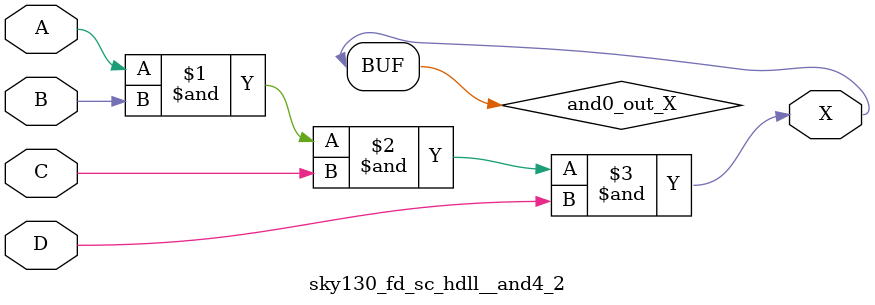
<source format=v>
/*
 * Copyright 2020 The SkyWater PDK Authors
 *
 * Licensed under the Apache License, Version 2.0 (the "License");
 * you may not use this file except in compliance with the License.
 * You may obtain a copy of the License at
 *
 *     https://www.apache.org/licenses/LICENSE-2.0
 *
 * Unless required by applicable law or agreed to in writing, software
 * distributed under the License is distributed on an "AS IS" BASIS,
 * WITHOUT WARRANTIES OR CONDITIONS OF ANY KIND, either express or implied.
 * See the License for the specific language governing permissions and
 * limitations under the License.
 *
 * SPDX-License-Identifier: Apache-2.0
*/


`ifndef SKY130_FD_SC_HDLL__AND4_2_FUNCTIONAL_V
`define SKY130_FD_SC_HDLL__AND4_2_FUNCTIONAL_V

/**
 * and4: 4-input AND.
 *
 * Verilog simulation functional model.
 */

`timescale 1ns / 1ps
`default_nettype none

`celldefine
module sky130_fd_sc_hdll__and4_2 (
    X,
    A,
    B,
    C,
    D
);

    // Module ports
    output X;
    input  A;
    input  B;
    input  C;
    input  D;

    // Local signals
    wire and0_out_X;

    //  Name  Output      Other arguments
    and and0 (and0_out_X, A, B, C, D     );
    buf buf0 (X         , and0_out_X     );

endmodule
`endcelldefine

`default_nettype wire
`endif  // SKY130_FD_SC_HDLL__AND4_2_FUNCTIONAL_V

</source>
